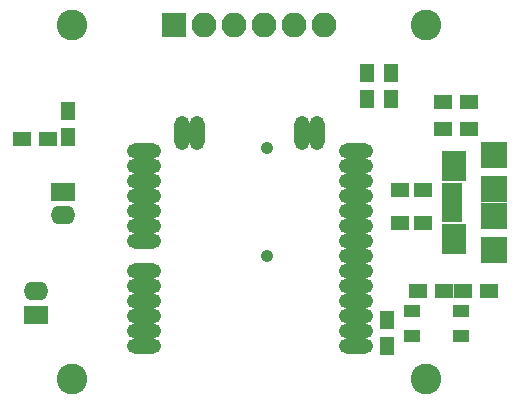
<source format=gts>
G04 #@! TF.FileFunction,Soldermask,Top*
%FSLAX46Y46*%
G04 Gerber Fmt 4.6, Leading zero omitted, Abs format (unit mm)*
G04 Created by KiCad (PCBNEW 4.0.7) date 06/27/18 00:10:41*
%MOMM*%
%LPD*%
G01*
G04 APERTURE LIST*
%ADD10C,0.150000*%
%ADD11R,1.600000X1.150000*%
%ADD12R,1.600000X1.300000*%
%ADD13R,1.750000X0.800000*%
%ADD14R,2.000000X2.500000*%
%ADD15R,2.200000X2.300000*%
%ADD16R,1.300000X1.600000*%
%ADD17C,1.050000*%
%ADD18R,2.100000X1.600000*%
%ADD19O,2.100000X1.600000*%
%ADD20R,1.450000X1.050000*%
%ADD21R,2.100000X2.100000*%
%ADD22O,2.100000X2.100000*%
%ADD23O,2.900000X1.300000*%
%ADD24O,1.300000X2.900000*%
%ADD25C,2.600000*%
G04 APERTURE END LIST*
D10*
D11*
X163027000Y-106756000D03*
X161127000Y-106756000D03*
D12*
X166987000Y-96469200D03*
X164787000Y-96469200D03*
X162628000Y-112471000D03*
X164828000Y-112471000D03*
X131300000Y-99644200D03*
X129100000Y-99644200D03*
D13*
X165519000Y-106335000D03*
X165519000Y-105685000D03*
X165519000Y-105035000D03*
X165519000Y-104385000D03*
X165519000Y-103735000D03*
D14*
X165669000Y-108135000D03*
X165669000Y-101935000D03*
D15*
X169096000Y-106185000D03*
X169096000Y-103885000D03*
X169096000Y-109035000D03*
X169096000Y-101035000D03*
D12*
X164787000Y-98755200D03*
X166987000Y-98755200D03*
D16*
X160045000Y-114927000D03*
X160045000Y-117127000D03*
X158331000Y-94036200D03*
X158331000Y-96236200D03*
X160363000Y-94036200D03*
X160363000Y-96236200D03*
X132994000Y-99474200D03*
X132994000Y-97274200D03*
D11*
X163027000Y-103962000D03*
X161127000Y-103962000D03*
D12*
X168638000Y-112471000D03*
X166438000Y-112471000D03*
D17*
X149861000Y-100428000D03*
X149861000Y-109528000D03*
D18*
X132613000Y-104089000D03*
D19*
X132613000Y-106089000D03*
D18*
X130327000Y-114503000D03*
D19*
X130327000Y-112503000D03*
D20*
X162161000Y-114190000D03*
X166311000Y-114190000D03*
X162161000Y-116340000D03*
X166311000Y-116340000D03*
D21*
X142011000Y-89992200D03*
D22*
X144551000Y-89992200D03*
X147091000Y-89992200D03*
X149631000Y-89992200D03*
X152171000Y-89992200D03*
X154711000Y-89992200D03*
D23*
X139413566Y-117162338D03*
X139413566Y-115892338D03*
X139413566Y-114622338D03*
X139413566Y-113352338D03*
X139413566Y-112082338D03*
X139413566Y-110812338D03*
X139413566Y-108272338D03*
X139413566Y-107002338D03*
X139413566Y-105732338D03*
X139413566Y-104462338D03*
X139413566Y-103192338D03*
X139413566Y-101922338D03*
X139413566Y-100652338D03*
D24*
X142698566Y-99162338D03*
X143968566Y-99162338D03*
X152858566Y-99162338D03*
X154128566Y-99162338D03*
D23*
X157413566Y-100652338D03*
X157413566Y-101922338D03*
X157413566Y-103192338D03*
X157413566Y-104462338D03*
X157413566Y-105732338D03*
X157413566Y-107002338D03*
X157413566Y-108272338D03*
X157413566Y-109542338D03*
X157413566Y-110812338D03*
X157413566Y-112082338D03*
X157413566Y-113352338D03*
X157413566Y-114622338D03*
X157413566Y-115892338D03*
X157413566Y-117162338D03*
D25*
X133375000Y-119964000D03*
X163347000Y-89992200D03*
X133375000Y-89992200D03*
X163347000Y-119964000D03*
M02*

</source>
